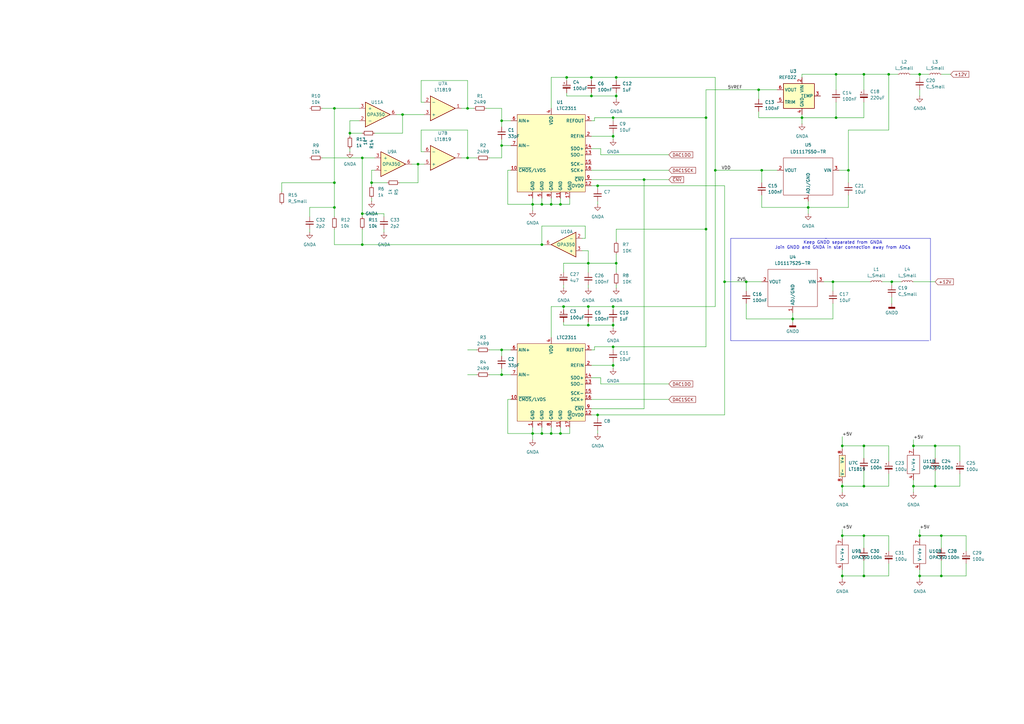
<source format=kicad_sch>
(kicad_sch (version 20231120) (generator "eeschema") (generator_version "8.0")
  (paper "A3")
  (lib_symbols
    (symbol "Device:C_Polarized_Small" (pin_numbers hide) (pin_names (offset 0.254) hide)
      (property "Reference" "C" (at 0.254 1.778 0))
      (property "Value" "C_Polarized_Small" (at 0.254 -2.032 0))
      (symbol "C_Polarized_Small_1_1"
        (pin passive line (at 0 2.54 270) (length 1.8542) (name "~") (number "1"))
        (pin passive line (at 0 -2.54 90) (length 1.8542) (name "~") (number "2"))
      )
    )
    (symbol "Device:C_Small" (pin_numbers hide) (pin_names (offset 0.254) hide)
      (property "Reference" "C" (at 0.254 1.778 0))
      (property "Value" "C_Small" (at 0.254 -2.032 0))
      (symbol "C_Small_1_1"
        (pin passive line (at 0 2.54 270) (length 2.032) (name "~") (number "1"))
        (pin passive line (at 0 -2.54 90) (length 2.032) (name "~") (number "2"))
      )
    )
    (symbol "Device:L_Small" (pin_numbers hide) (pin_names (offset 0.254) hide)
      (property "Reference" "L" (at 0.762 1.016 0))
      (property "Value" "L_Small" (at 0.762 -1.016 0))
      (symbol "L_Small_1_1"
        (pin passive line (at 0 2.54 270) (length 0.508) (name "~") (number "1"))
        (pin passive line (at 0 -2.54 90) (length 0.508) (name "~") (number "2"))
      )
    )
    (symbol "Device:R_Small" (pin_numbers hide) (pin_names (offset 0.254) hide)
      (property "Reference" "R" (at 0.762 0.508 0))
      (property "Value" "R_Small" (at 0.762 -1.016 0))
      (symbol "R_Small_1_1"
        (pin passive line (at 0 2.54 270) (length 0.762) (name "~") (number "1"))
        (pin passive line (at 0 -2.54 90) (length 0.762) (name "~") (number "2"))
      )
    )
    (symbol "JRIX ADC:LTC2311-16"
      (property "Reference" "U" (at 15.748 9.906 0))
      (property "Value" "LTC2311" (at 16.002 7.62 0))
      (symbol "LTC2311-16_0_0"
        (pin power_out line (at 8.89 -11.43 90) (length 2.54) (name "GND") (number "1"))
        (pin power_out line (at 20.32 -11.43 90) (length 2.54) (name "GND") (number "11"))
        (pin power_in line (at 33.02 -6.35 180) (length 2.54) (name "OVDD") (number "12"))
        (pin bidirectional line (at 33.02 6.35 180) (length 2.54) (name "SDO-") (number "13"))
        (pin bidirectional line (at 33.02 8.89 180) (length 2.54) (name "SDO+") (number "14"))
        (pin bidirectional line (at 33.02 2.54 180) (length 2.54) (name "SCK-") (number "15"))
        (pin bidirectional line (at 33.02 0 180) (length 2.54) (name "SCK+") (number "16"))
        (pin input line (at 33.02 13.97 180) (length 2.54) (name "REFIN") (number "2"))
        (pin output line (at 33.02 20.32 180) (length 2.54) (name "REFOUT") (number "3"))
        (pin power_in line (at 16.51 25.4 270) (length 2.54) (name "VDD") (number "4"))
        (pin power_out line (at 12.7 -11.43 90) (length 2.54) (name "GND") (number "5"))
        (pin input line (at 0 20.32 0) (length 2.54) (name "AIN+") (number "6"))
        (pin input line (at 0 10.16 0) (length 2.54) (name "AIN-") (number "7"))
        (pin power_out line (at 16.51 -11.43 90) (length 2.54) (name "GND") (number "8"))
      )
      (symbol "LTC2311-16_1_0"
        (pin input line (at 0 0 0) (length 2.54) (name "~{CMOS}/LVDS") (number "10"))
        (pin power_out line (at 24.13 -11.43 90) (length 2.54) (name "GND") (number "17"))
        (pin input line (at 33.02 -3.81 180) (length 2.54) (name "~{CNV}") (number "9"))
      )
    )
    (symbol "JRIX Linear Regulator:LD1117S25"
      (property "Reference" "U" (at -9.398 3.81 0))
      (property "Value" "LD1117S25-TR" (at 0 0 0))
      (symbol "LD1117S25_1_1"
        (pin bidirectional line (at 0 -15.24 90) (length 2.54) (name "ADJ/GND") (number "1"))
        (pin power_out line (at 12.7 -2.54 180) (length 2.54) (name "VOUT") (number "2"))
        (pin power_in line (at -12.7 -2.54 0) (length 2.54) (name "VIN") (number "3"))
        (pin no_connect line (at -3.81 -15.24 90) (length 2.54) hide (name "NC") (number "4"))
      )
    )
    (symbol "JRIX Linear Regulator:LD1117S50"
      (property "Reference" "U" (at -9.398 3.81 0))
      (property "Value" "LD1117S50-TR" (at 0 0 0))
      (symbol "LD1117S50_1_1"
        (pin bidirectional line (at 0 -15.24 90) (length 2.54) (name "ADJ/GND") (number "1"))
        (pin power_out line (at 12.7 -2.54 180) (length 2.54) (name "VOUT") (number "2"))
        (pin power_in line (at -12.7 -2.54 0) (length 2.54) (name "VIN") (number "3"))
        (pin no_connect line (at -3.81 -15.24 90) (length 2.54) hide (name "NC") (number "4"))
      )
    )
    (symbol "JRIX Op Amp:OPA350" (pin_names (offset 1.016))
      (property "Reference" "U" (at 0 5.08 0))
      (property "Value" "OPA350" (at 0 0 0))
      (symbol "OPA350_1_1"
        (pin input line (at -6.35 2.54 0) (length 2.54) (name "-") (number "2"))
        (pin input line (at -6.35 -2.54 0) (length 2.54) (name "+") (number "3"))
        (pin output line (at 8.89 0 180) (length 2.54) (name "~") (number "6"))
      )
      (symbol "OPA350_2_1"
        (pin no_connect line (at -5.08 -5.08 90) (length 2.54) hide (name "NC") (number "1"))
        (pin power_in line (at -6.35 0 0) (length 2.54) (name "V-") (number "4"))
        (pin no_connect line (at 0 -5.08 90) (length 2.54) hide (name "NC") (number "5"))
        (pin power_in line (at 6.35 0 180) (length 2.54) (name "V+") (number "7"))
        (pin no_connect line (at 5.08 -5.08 90) (length 2.54) hide (name "NC") (number "8"))
      )
    )
    (symbol "LT1819_1"
      (property "Reference" "U" (at 6.35 1.524 0))
      (property "Value" "LT1819" (at 7.62 -4.318 0))
      (symbol "LT1819_1_1_1"
        (pin output line (at 12.7 0 180) (length 2.54) (name "~") (number "1"))
        (pin input line (at -2.54 2.54 0) (length 2.54) (name "-") (number "2"))
        (pin input line (at -2.54 -2.54 0) (length 2.54) (name "+") (number "3"))
      )
      (symbol "LT1819_1_2_1"
        (pin input line (at -2.54 -2.54 0) (length 2.54) (name "+") (number "5"))
        (pin input line (at -2.54 2.54 0) (length 2.54) (name "-") (number "6"))
        (pin output line (at 12.7 0 180) (length 2.54) (name "~") (number "7"))
      )
      (symbol "LT1819_1_3_1"
        (pin power_in line (at 0 -1.27 0) (length 2.54) (name "V+") (number "8"))
        (pin power_in line (at 13.97 -1.27 180) (length 2.54) (name "V-") (number "8"))
      )
    )
    (symbol "LT1819_2"
      (property "Reference" "U" (at 6.35 1.524 0))
      (property "Value" "LT1819" (at 7.62 -4.318 0))
      (symbol "LT1819_2_1_1"
        (pin output line (at 12.7 0 180) (length 2.54) (name "~") (number "1"))
        (pin input line (at -2.54 2.54 0) (length 2.54) (name "-") (number "2"))
        (pin input line (at -2.54 -2.54 0) (length 2.54) (name "+") (number "3"))
      )
      (symbol "LT1819_2_2_1"
        (pin input line (at -2.54 -2.54 0) (length 2.54) (name "+") (number "5"))
        (pin input line (at -2.54 2.54 0) (length 2.54) (name "-") (number "6"))
        (pin output line (at 12.7 0 180) (length 2.54) (name "~") (number "7"))
      )
      (symbol "LT1819_2_3_1"
        (pin power_in line (at 0 -1.27 0) (length 2.54) (name "V+") (number "8"))
        (pin power_in line (at 13.97 -1.27 180) (length 2.54) (name "V-") (number "8"))
      )
    )
    (symbol "OPA350_1" (pin_names (offset 1.016))
      (property "Reference" "U" (at 0 5.08 0))
      (property "Value" "OPA350" (at 0 0 0))
      (symbol "OPA350_1_1_1"
        (pin input line (at -6.35 2.54 0) (length 2.54) (name "-") (number "2"))
        (pin input line (at -6.35 -2.54 0) (length 2.54) (name "+") (number "3"))
        (pin output line (at 8.89 0 180) (length 2.54) (name "~") (number "6"))
      )
      (symbol "OPA350_1_2_1"
        (pin no_connect line (at -5.08 -5.08 90) (length 2.54) hide (name "NC") (number "1"))
        (pin power_in line (at -10.16 0 0) (length 2.54) (name "V-") (number "4"))
        (pin no_connect line (at 0 -5.08 90) (length 2.54) hide (name "NC") (number "5"))
        (pin power_in line (at 10.16 0 180) (length 2.54) (name "V+") (number "7"))
        (pin no_connect line (at 5.08 -5.08 90) (length 2.54) hide (name "NC") (number "8"))
      )
    )
    (symbol "Reference_Voltage:REF02Z"
      (property "Reference" "U" (at 0.635 8.255 0))
      (property "Value" "REF02Z" (at 0.635 6.35 0))
      (symbol "REF02Z_1_1"
        (pin no_connect line (at 2.54 -5.08 90) (length 2.54) hide (name "NC") (number "1"))
        (pin power_in line (at 0 7.62 270) (length 2.54) (name "VIN") (number "2"))
        (pin passive line (at -7.62 0 0) (length 2.54) (name "TEMP") (number "3"))
        (pin power_in line (at 0 -7.62 90) (length 2.54) (name "GND") (number "4"))
        (pin passive line (at 10.16 -2.54 180) (length 2.54) (name "TRIM") (number "5"))
        (pin power_out line (at 10.16 2.54 180) (length 2.54) (name "VOUT") (number "6"))
        (pin no_connect line (at -2.54 -5.08 90) (length 2.54) hide (name "NC") (number "7"))
        (pin no_connect line (at 7.62 0 180) (length 2.54) hide (name "NC") (number "8"))
      )
    )
    (symbol "power:GNDA" (power) (pin_numbers hide) (pin_names (offset 0) hide)
      (property "Value" "GNDA" (at 0 -3.81 0))
      (symbol "GNDA_1_1"
        (pin power_in line (at 0 0 270) (length 0) (name "~") (number "1"))
      )
    )
    (symbol "power:GNDD" (power) (pin_numbers hide) (pin_names (offset 0) hide)
      (property "Value" "GNDD" (at 0 -3.175 0))
      (symbol "GNDD_1_1"
        (pin power_in line (at 0 0 270) (length 0) (name "~") (number "1"))
      )
    )
  )
  (junction (at 148.59 100.33))
  (junction (at 251.46 133.35))
  (junction (at 383.54 199.39))
  (junction (at 232.41 31.75))
  (junction (at 231.14 125.73))
  (junction (at 245.11 170.18))
  (junction (at 242.57 39.37))
  (junction (at 222.25 83.82))
  (junction (at 354.33 236.22))
  (junction (at 191.77 44.45))
  (junction (at 289.56 48.26))
  (junction (at 226.06 177.8))
  (junction (at 345.44 236.22))
  (junction (at 386.08 236.22))
  (junction (at 342.9 48.26))
  (junction (at 342.9 30.48))
  (junction (at 241.3 125.73))
  (junction (at 364.49 30.48))
  (junction (at 377.19 30.48))
  (junction (at 137.16 44.45))
  (junction (at 377.19 236.22))
  (junction (at 347.98 69.85))
  (junction (at 148.59 64.77))
  (junction (at 205.74 143.51))
  (junction (at 264.16 73.66))
  (junction (at 383.54 182.88))
  (junction (at 226.06 83.82))
  (junction (at 341.63 115.57))
  (junction (at 229.87 177.8))
  (junction (at 377.19 219.71))
  (junction (at 374.65 182.88))
  (junction (at 218.44 83.82))
  (junction (at 205.74 59.69))
  (junction (at 354.33 30.48))
  (junction (at 229.87 83.82))
  (junction (at 137.16 74.93))
  (junction (at 297.18 115.57))
  (junction (at 242.57 31.75))
  (junction (at 152.4 74.93))
  (junction (at 251.46 48.26))
  (junction (at 306.07 115.57))
  (junction (at 251.46 125.73))
  (junction (at 325.12 130.81))
  (junction (at 222.25 100.33))
  (junction (at 241.3 133.35))
  (junction (at 218.44 177.8))
  (junction (at 171.45 67.31))
  (junction (at 245.11 76.2))
  (junction (at 289.56 93.98))
  (junction (at 374.65 199.39))
  (junction (at 293.37 69.85))
  (junction (at 251.46 149.86))
  (junction (at 222.25 177.8))
  (junction (at 345.44 219.71))
  (junction (at 311.15 36.83))
  (junction (at 345.44 182.88))
  (junction (at 241.3 107.95))
  (junction (at 205.74 153.67))
  (junction (at 331.47 85.09))
  (junction (at 345.44 199.39))
  (junction (at 251.46 55.88))
  (junction (at 386.08 219.71))
  (junction (at 251.46 142.24))
  (junction (at 328.93 48.26))
  (junction (at 252.73 31.75))
  (junction (at 354.33 182.88))
  (junction (at 365.76 115.57))
  (junction (at 191.77 64.77))
  (junction (at 165.1 46.99))
  (junction (at 143.51 54.61))
  (junction (at 137.16 85.09))
  (junction (at 354.33 199.39))
  (junction (at 252.73 107.95))
  (junction (at 252.73 39.37))
  (junction (at 205.74 49.53))
  (junction (at 148.59 87.63))
  (junction (at 354.33 219.71))
  (junction (at 312.42 69.85))
  (wire (pts (xy 251.46 142.24) (xy 251.46 143.51)))
  (wire (pts (xy 189.23 64.77) (xy 191.77 64.77)))
  (wire (pts (xy 171.45 74.93) (xy 171.45 67.31)))
  (wire (pts (xy 172.72 41.91) (xy 173.99 41.91)))
  (wire (pts (xy 377.19 30.48) (xy 373.38 30.48)))
  (wire (pts (xy 205.74 64.77) (xy 205.74 59.69)))
  (wire (pts (xy 172.72 62.23) (xy 173.99 62.23)))
  (wire (pts (xy 205.74 57.15) (xy 205.74 59.69)))
  (wire (pts (xy 143.51 49.53) (xy 143.51 54.61)))
  (wire (pts (xy 246.38 154.94) (xy 246.38 157.48)))
  (polyline (pts (xy 338.455 97.79) (xy 381.635 97.79)))
  (wire (pts (xy 312.42 85.09) (xy 331.47 85.09)))
  (wire (pts (xy 191.77 44.45) (xy 194.31 44.45)))
  (wire (pts (xy 252.73 38.1) (xy 252.73 39.37)))
  (wire (pts (xy 342.9 36.83) (xy 342.9 30.48)))
  (wire (pts (xy 199.39 44.45) (xy 205.74 44.45)))
  (wire (pts (xy 191.77 143.51) (xy 195.58 143.51)))
  (wire (pts (xy 306.07 115.57) (xy 312.42 115.57)))
  (wire (pts (xy 208.28 69.85) (xy 208.28 83.82)))
  (wire (pts (xy 264.16 73.66) (xy 274.32 73.66)))
  (wire (pts (xy 377.19 236.22) (xy 377.19 237.49)))
  (wire (pts (xy 251.46 125.73) (xy 293.37 125.73)))
  (wire (pts (xy 229.87 175.26) (xy 229.87 177.8)))
  (wire (pts (xy 252.73 116.84) (xy 252.73 118.11)))
  (wire (pts (xy 137.16 74.93) (xy 137.16 85.09)))
  (wire (pts (xy 172.72 33.02) (xy 172.72 41.91)))
  (wire (pts (xy 115.57 74.93) (xy 137.16 74.93)))
  (wire (pts (xy 245.11 82.55) (xy 245.11 83.82)))
  (wire (pts (xy 148.59 88.9) (xy 148.59 87.63)))
  (wire (pts (xy 377.19 233.68) (xy 377.19 236.22)))
  (wire (pts (xy 383.54 199.39) (xy 393.7 199.39)))
  (wire (pts (xy 331.47 85.09) (xy 347.98 85.09)))
  (wire (pts (xy 143.51 49.53) (xy 147.32 49.53)))
  (wire (pts (xy 245.11 170.18) (xy 297.18 170.18)))
  (wire (pts (xy 153.67 64.77) (xy 148.59 64.77)))
  (wire (pts (xy 240.03 92.71) (xy 222.25 92.71)))
  (wire (pts (xy 347.98 53.34) (xy 364.49 53.34)))
  (wire (pts (xy 238.76 97.79) (xy 240.03 97.79)))
  (wire (pts (xy 345.44 182.88) (xy 354.33 182.88)))
  (wire (pts (xy 242.57 170.18) (xy 245.11 170.18)))
  (wire (pts (xy 377.19 30.48) (xy 381 30.48)))
  (wire (pts (xy 245.11 76.2) (xy 297.18 76.2)))
  (wire (pts (xy 242.57 167.64) (xy 264.16 167.64)))
  (wire (pts (xy 364.49 182.88) (xy 354.33 182.88)))
  (wire (pts (xy 162.56 46.99) (xy 165.1 46.99)))
  (wire (pts (xy 328.93 46.99) (xy 328.93 48.26)))
  (wire (pts (xy 143.51 60.96) (xy 143.51 62.23)))
  (wire (pts (xy 132.08 44.45) (xy 137.16 44.45)))
  (wire (pts (xy 377.19 236.22) (xy 386.08 236.22)))
  (wire (pts (xy 241.3 107.95) (xy 252.73 107.95)))
  (wire (pts (xy 347.98 85.09) (xy 347.98 80.01)))
  (wire (pts (xy 293.37 31.75) (xy 293.37 69.85)))
  (wire (pts (xy 383.54 199.39) (xy 383.54 193.04)))
  (wire (pts (xy 345.44 219.71) (xy 354.33 219.71)))
  (wire (pts (xy 243.84 143.51) (xy 243.84 142.24)))
  (wire (pts (xy 148.59 100.33) (xy 137.16 100.33)))
  (wire (pts (xy 297.18 115.57) (xy 306.07 115.57)))
  (wire (pts (xy 374.65 199.39) (xy 374.65 201.93)))
  (wire (pts (xy 231.14 111.76) (xy 231.14 107.95)))
  (wire (pts (xy 365.76 116.84) (xy 365.76 115.57)))
  (wire (pts (xy 232.41 39.37) (xy 242.57 39.37)))
  (wire (pts (xy 132.08 64.77) (xy 148.59 64.77)))
  (wire (pts (xy 374.65 115.57) (xy 383.54 115.57)))
  (wire (pts (xy 231.14 132.08) (xy 231.14 133.35)))
  (wire (pts (xy 293.37 69.85) (xy 293.37 125.73)))
  (wire (pts (xy 306.07 119.38) (xy 306.07 115.57)))
  (wire (pts (xy 242.57 39.37) (xy 242.57 38.1)))
  (wire (pts (xy 242.57 143.51) (xy 243.84 143.51)))
  (wire (pts (xy 137.16 100.33) (xy 137.16 93.98)))
  (wire (pts (xy 241.3 133.35) (xy 251.46 133.35)))
  (wire (pts (xy 341.63 115.57) (xy 337.82 115.57)))
  (wire (pts (xy 242.57 154.94) (xy 246.38 154.94)))
  (wire (pts (xy 386.08 224.79) (xy 386.08 219.71)))
  (wire (pts (xy 306.07 130.81) (xy 325.12 130.81)))
  (wire (pts (xy 242.57 60.96) (xy 246.38 60.96)))
  (wire (pts (xy 345.44 236.22) (xy 345.44 237.49)))
  (wire (pts (xy 157.48 88.9) (xy 157.48 87.63)))
  (wire (pts (xy 232.41 31.75) (xy 242.57 31.75)))
  (polyline (pts (xy 381 139.7) (xy 299.72 139.7)))
  (wire (pts (xy 127 85.09) (xy 137.16 85.09)))
  (wire (pts (xy 200.66 143.51) (xy 205.74 143.51)))
  (wire (pts (xy 191.77 64.77) (xy 195.58 64.77)))
  (wire (pts (xy 243.84 48.26) (xy 243.84 49.53)))
  (wire (pts (xy 377.19 31.75) (xy 377.19 30.48)))
  (wire (pts (xy 386.08 236.22) (xy 386.08 229.87)))
  (wire (pts (xy 242.57 49.53) (xy 243.84 49.53)))
  (wire (pts (xy 251.46 132.08) (xy 251.46 133.35)))
  (wire (pts (xy 393.7 189.23) (xy 393.7 182.88)))
  (wire (pts (xy 163.83 74.93) (xy 171.45 74.93)))
  (wire (pts (xy 171.45 67.31) (xy 168.91 67.31)))
  (wire (pts (xy 226.06 125.73) (xy 226.06 138.43)))
  (wire (pts (xy 374.65 180.34) (xy 374.65 182.88)))
  (wire (pts (xy 374.65 196.85) (xy 374.65 199.39)))
  (wire (pts (xy 222.25 177.8) (xy 218.44 177.8)))
  (wire (pts (xy 157.48 93.98) (xy 157.48 95.25)))
  (wire (pts (xy 251.46 49.53) (xy 251.46 48.26)))
  (wire (pts (xy 289.56 48.26) (xy 289.56 93.98)))
  (wire (pts (xy 311.15 36.83) (xy 289.56 36.83)))
  (wire (pts (xy 191.77 44.45) (xy 191.77 33.02)))
  (wire (pts (xy 312.42 69.85) (xy 318.77 69.85)))
  (wire (pts (xy 328.93 30.48) (xy 328.93 31.75)))
  (wire (pts (xy 171.45 67.31) (xy 173.99 67.31)))
  (wire (pts (xy 242.57 73.66) (xy 264.16 73.66)))
  (wire (pts (xy 345.44 179.07) (xy 345.44 182.88)))
  (wire (pts (xy 231.14 125.73) (xy 226.06 125.73)))
  (wire (pts (xy 251.46 134.62) (xy 251.46 133.35)))
  (wire (pts (xy 127 88.9) (xy 127 85.09)))
  (wire (pts (xy 325.12 130.81) (xy 325.12 132.08)))
  (wire (pts (xy 205.74 59.69) (xy 209.55 59.69)))
  (wire (pts (xy 200.66 153.67) (xy 205.74 153.67)))
  (wire (pts (xy 242.57 69.85) (xy 274.32 69.85)))
  (wire (pts (xy 251.46 48.26) (xy 289.56 48.26)))
  (wire (pts (xy 328.93 48.26) (xy 342.9 48.26)))
  (wire (pts (xy 208.28 163.83) (xy 208.28 177.8)))
  (wire (pts (xy 377.19 219.71) (xy 386.08 219.71)))
  (wire (pts (xy 383.54 187.96) (xy 383.54 182.88)))
  (wire (pts (xy 365.76 115.57) (xy 361.95 115.57)))
  (wire (pts (xy 341.63 119.38) (xy 341.63 115.57)))
  (wire (pts (xy 242.57 39.37) (xy 252.73 39.37)))
  (wire (pts (xy 218.44 175.26) (xy 218.44 177.8)))
  (wire (pts (xy 396.24 226.06) (xy 396.24 219.71)))
  (wire (pts (xy 342.9 30.48) (xy 328.93 30.48)))
  (wire (pts (xy 364.49 219.71) (xy 354.33 219.71)))
  (wire (pts (xy 148.59 93.98) (xy 148.59 100.33)))
  (wire (pts (xy 152.4 74.93) (xy 152.4 76.2)))
  (wire (pts (xy 345.44 198.12) (xy 345.44 199.39)))
  (wire (pts (xy 251.46 142.24) (xy 289.56 142.24)))
  (wire (pts (xy 374.65 182.88) (xy 383.54 182.88)))
  (wire (pts (xy 218.44 81.28) (xy 218.44 83.82)))
  (wire (pts (xy 354.33 48.26) (xy 342.9 48.26)))
  (wire (pts (xy 127 93.98) (xy 127 95.25)))
  (wire (pts (xy 377.19 219.71) (xy 377.19 220.98)))
  (wire (pts (xy 218.44 177.8) (xy 218.44 180.34)))
  (wire (pts (xy 354.33 224.79) (xy 354.33 219.71)))
  (wire (pts (xy 251.46 148.59) (xy 251.46 149.86)))
  (wire (pts (xy 251.46 149.86) (xy 251.46 151.13)))
  (wire (pts (xy 233.68 177.8) (xy 229.87 177.8)))
  (wire (pts (xy 345.44 199.39) (xy 354.33 199.39)))
  (wire (pts (xy 252.73 31.75) (xy 252.73 33.02)))
  (wire (pts (xy 345.44 217.17) (xy 345.44 219.71)))
  (wire (pts (xy 306.07 124.46) (xy 306.07 130.81)))
  (polyline (pts (xy 381.635 97.79) (xy 381.635 139.7)))
  (wire (pts (xy 231.14 107.95) (xy 241.3 107.95)))
  (wire (pts (xy 328.93 48.26) (xy 328.93 50.8)))
  (wire (pts (xy 226.06 83.82) (xy 222.25 83.82)))
  (wire (pts (xy 374.65 182.88) (xy 374.65 184.15)))
  (wire (pts (xy 200.66 64.77) (xy 205.74 64.77)))
  (wire (pts (xy 354.33 199.39) (xy 354.33 193.04)))
  (wire (pts (xy 311.15 36.83) (xy 318.77 36.83)))
  (wire (pts (xy 241.3 102.87) (xy 241.3 107.95)))
  (wire (pts (xy 345.44 236.22) (xy 354.33 236.22)))
  (wire (pts (xy 226.06 81.28) (xy 226.06 83.82)))
  (wire (pts (xy 245.11 170.18) (xy 245.11 171.45)))
  (wire (pts (xy 226.06 31.75) (xy 232.41 31.75)))
  (wire (pts (xy 240.03 97.79) (xy 240.03 92.71)))
  (wire (pts (xy 374.65 199.39) (xy 383.54 199.39)))
  (wire (pts (xy 297.18 76.2) (xy 297.18 115.57)))
  (wire (pts (xy 364.49 226.06) (xy 364.49 219.71)))
  (wire (pts (xy 153.67 69.85) (xy 152.4 69.85)))
  (wire (pts (xy 152.4 69.85) (xy 152.4 74.93)))
  (wire (pts (xy 393.7 194.31) (xy 393.7 199.39)))
  (wire (pts (xy 205.74 153.67) (xy 209.55 153.67)))
  (wire (pts (xy 157.48 87.63) (xy 148.59 87.63)))
  (wire (pts (xy 396.24 231.14) (xy 396.24 236.22)))
  (wire (pts (xy 222.25 83.82) (xy 218.44 83.82)))
  (polyline (pts (xy 299.72 139.7) (xy 299.72 97.79)))
  (wire (pts (xy 241.3 125.73) (xy 241.3 127)))
  (wire (pts (xy 252.73 107.95) (xy 252.73 111.76)))
  (wire (pts (xy 205.74 151.13) (xy 205.74 153.67)))
  (wire (pts (xy 354.33 41.91) (xy 354.33 48.26)))
  (wire (pts (xy 251.46 55.88) (xy 251.46 57.15)))
  (wire (pts (xy 345.44 182.88) (xy 345.44 184.15)))
  (wire (pts (xy 222.25 175.26) (xy 222.25 177.8)))
  (wire (pts (xy 354.33 36.83) (xy 354.33 30.48)))
  (wire (pts (xy 191.77 53.34) (xy 172.72 53.34)))
  (wire (pts (xy 354.33 236.22) (xy 354.33 229.87)))
  (wire (pts (xy 137.16 44.45) (xy 147.32 44.45)))
  (wire (pts (xy 189.23 44.45) (xy 191.77 44.45)))
  (wire (pts (xy 251.46 48.26) (xy 243.84 48.26)))
  (wire (pts (xy 246.38 157.48) (xy 274.32 157.48)))
  (wire (pts (xy 289.56 93.98) (xy 289.56 142.24)))
  (wire (pts (xy 205.74 49.53) (xy 209.55 49.53)))
  (wire (pts (xy 209.55 69.85) (xy 208.28 69.85)))
  (wire (pts (xy 252.73 40.64) (xy 252.73 39.37)))
  (wire (pts (xy 386.08 30.48) (xy 389.89 30.48)))
  (wire (pts (xy 245.11 176.53) (xy 245.11 177.8)))
  (wire (pts (xy 191.77 33.02) (xy 172.72 33.02)))
  (wire (pts (xy 229.87 83.82) (xy 226.06 83.82)))
  (wire (pts (xy 232.41 31.75) (xy 232.41 33.02)))
  (wire (pts (xy 143.51 54.61) (xy 143.51 55.88)))
  (wire (pts (xy 377.19 217.17) (xy 377.19 219.71)))
  (wire (pts (xy 233.68 81.28) (xy 233.68 83.82)))
  (wire (pts (xy 311.15 36.83) (xy 311.15 40.64)))
  (wire (pts (xy 264.16 167.64) (xy 264.16 73.66)))
  (wire (pts (xy 242.57 163.83) (xy 274.32 163.83)))
  (wire (pts (xy 226.06 177.8) (xy 222.25 177.8)))
  (wire (pts (xy 222.25 92.71) (xy 222.25 100.33)))
  (wire (pts (xy 342.9 30.48) (xy 354.33 30.48)))
  (wire (pts (xy 252.73 93.98) (xy 289.56 93.98)))
  (wire (pts (xy 342.9 48.26) (xy 342.9 41.91)))
  (wire (pts (xy 165.1 46.99) (xy 173.99 46.99)))
  (wire (pts (xy 222.25 81.28) (xy 222.25 83.82)))
  (wire (pts (xy 354.33 30.48) (xy 364.49 30.48)))
  (wire (pts (xy 364.49 30.48) (xy 364.49 53.34)))
  (wire (pts (xy 354.33 187.96) (xy 354.33 182.88)))
  (wire (pts (xy 208.28 83.82) (xy 218.44 83.82)))
  (wire (pts (xy 191.77 153.67) (xy 195.58 153.67)))
  (wire (pts (xy 341.63 124.46) (xy 341.63 130.81)))
  (wire (pts (xy 297.18 115.57) (xy 297.18 170.18)))
  (wire (pts (xy 364.49 231.14) (xy 364.49 236.22)))
  (wire (pts (xy 377.19 36.83) (xy 377.19 39.37)))
  (wire (pts (xy 209.55 163.83) (xy 208.28 163.83)))
  (wire (pts (xy 233.68 83.82) (xy 229.87 83.82)))
  (wire (pts (xy 242.57 55.88) (xy 251.46 55.88)))
  (wire (pts (xy 365.76 121.92) (xy 365.76 124.46)))
  (wire (pts (xy 152.4 74.93) (xy 158.75 74.93)))
  (wire (pts (xy 205.74 146.05) (xy 205.74 143.51)))
  (wire (pts (xy 251.46 54.61) (xy 251.46 55.88)))
  (wire (pts (xy 354.33 236.22) (xy 364.49 236.22)))
  (wire (pts (xy 331.47 85.09) (xy 331.47 82.55)))
  (wire (pts (xy 115.57 78.74) (xy 115.57 74.93)))
  (wire (pts (xy 205.74 52.07) (xy 205.74 49.53)))
  (wire (pts (xy 231.14 125.73) (xy 231.14 127)))
  (wire (pts (xy 345.44 199.39) (xy 345.44 201.93)))
  (wire (pts (xy 251.46 125.73) (xy 251.46 127)))
  (wire (pts (xy 148.59 100.33) (xy 222.25 100.33)))
  (wire (pts (xy 165.1 54.61) (xy 165.1 46.99)))
  (wire (pts (xy 311.15 48.26) (xy 328.93 48.26)))
  (wire (pts (xy 242.57 31.75) (xy 242.57 33.02)))
  (wire (pts (xy 345.44 219.71) (xy 345.44 220.98)))
  (wire (pts (xy 241.3 125.73) (xy 251.46 125.73)))
  (wire (pts (xy 143.51 54.61) (xy 148.59 54.61)))
  (wire (pts (xy 246.38 63.5) (xy 274.32 63.5)))
  (wire (pts (xy 364.49 194.31) (xy 364.49 199.39)))
  (wire (pts (xy 341.63 130.81) (xy 325.12 130.81)))
  (wire (pts (xy 218.44 83.82) (xy 218.44 86.36)))
  (wire (pts (xy 226.06 175.26) (xy 226.06 177.8)))
  (wire (pts (xy 246.38 60.96) (xy 246.38 63.5)))
  (wire (pts (xy 232.41 38.1) (xy 232.41 39.37)))
  (wire (pts (xy 241.3 133.35) (xy 241.3 132.08)))
  (wire (pts (xy 396.24 219.71) (xy 386.08 219.71)))
  (wire (pts (xy 252.73 31.75) (xy 293.37 31.75)))
  (wire (pts (xy 293.37 69.85) (xy 312.42 69.85)))
  (wire (pts (xy 233.68 175.26) (xy 233.68 177.8)))
  (wire (pts (xy 226.06 31.75) (xy 226.06 44.45)))
  (polyline (pts (xy 299.72 97.79) (xy 339.09 97.79)))
  (wire (pts (xy 238.76 102.87) (xy 241.3 102.87)))
  (wire (pts (xy 242.57 149.86) (xy 251.46 149.86)))
  (wire (pts (xy 229.87 177.8) (xy 226.06 177.8)))
  (wire (pts (xy 386.08 236.22) (xy 396.24 236.22)))
  (wire (pts (xy 208.28 177.8) (xy 218.44 177.8)))
  (wire (pts (xy 231.14 125.73) (xy 241.3 125.73)))
  (wire (pts (xy 241.3 116.84) (xy 241.3 118.11)))
  (wire (pts (xy 242.57 76.2) (xy 245.11 76.2)))
  (wire (pts (xy 365.76 115.57) (xy 369.57 115.57)))
  (wire (pts (xy 354.33 199.39) (xy 364.49 199.39)))
  (wire (pts (xy 245.11 76.2) (xy 245.11 77.47)))
  (wire (pts (xy 242.57 31.75) (xy 252.73 31.75)))
  (wire (pts (xy 331.47 87.63) (xy 331.47 85.09)))
  (wire (pts (xy 347.98 69.85) (xy 347.98 53.34)))
  (wire (pts (xy 152.4 81.28) (xy 152.4 82.55)))
  (wire (pts (xy 231.14 116.84) (xy 231.14 118.11)))
  (wire (pts (xy 243.84 142.24) (xy 251.46 142.24)))
  (wire (pts (xy 153.67 54.61) (xy 165.1 54.61)))
  (wire (pts (xy 341.63 115.57) (xy 356.87 115.57)))
  (wire (pts (xy 312.42 80.01) (xy 312.42 85.09)))
  (wire (pts (xy 393.7 182.88) (xy 383.54 182.88)))
  (wire (pts (xy 289.56 36.83) (xy 289.56 48.26)))
  (wire (pts (xy 241.3 111.76) (xy 241.3 107.95)))
  (wire (pts (xy 344.17 69.85) (xy 347.98 69.85)))
  (wire (pts (xy 137.16 44.45) (xy 137.16 74.93)))
  (wire (pts (xy 252.73 104.14) (xy 252.73 107.95)))
  (wire (pts (xy 347.98 74.93) (xy 347.98 69.85)))
  (wire (pts (xy 222.25 100.33) (xy 223.52 100.33)))
  (wire (pts (xy 148.59 64.77) (xy 148.59 87.63)))
  (wire (pts (xy 252.73 99.06) (xy 252.73 93.98)))
  (wire (pts (xy 205.74 143.51) (xy 209.55 143.51)))
  (wire (pts (xy 325.12 128.27) (xy 325.12 130.81)))
  (wire (pts (xy 364.49 30.48) (xy 368.3 30.48)))
  (wire (pts (xy 191.77 53.34) (xy 191.77 64.77)))
  (wire (pts (xy 364.49 189.23) (xy 364.49 182.88)))
  (wire (pts (xy 137.16 85.09) (xy 137.16 88.9)))
  (wire (pts (xy 231.14 133.35) (xy 241.3 133.35)))
  (wire (pts (xy 312.42 74.93) (xy 312.42 69.85)))
  (wire (pts (xy 311.15 45.72) (xy 311.15 48.26)))
  (wire (pts (xy 229.87 81.28) (xy 229.87 83.82)))
  (wire (pts (xy 205.74 44.45) (xy 205.74 49.53)))
  (wire (pts (xy 172.72 53.34) (xy 172.72 62.23)))
  (wire (pts (xy 345.44 233.68) (xy 345.44 236.22)))
  (text "Keep GNDD separated from GNDA\nJoin GNDD and GNDA in star connection away from ADCs\n" (at 345.694 100.584 0) (effects (font (size 1.27 1.27))))
  (label "+5V" (at 377.19 217.17 0))
  (label "+5V" (at 345.44 179.07 0))
  (label "VDD" (at 295.91 69.85 0))
  (label "+5V" (at 374.65 180.34 0))
  (label "5VREF" (at 298.45 36.83 0))
  (label "2V5" (at 302.26 115.57 0))
  (label "+5V" (at 345.44 217.17 0))
  (global_label "DAC1SCK" (shape input) (at 274.32 69.85 0) (property "Intersheetrefs" "${INTERSHEET_REFS}" (effects (hide yes))))
  (global_label "DAC1DO" (shape input) (at 274.32 63.5 0) (property "Intersheetrefs" "${INTERSHEET_REFS}" (effects (hide yes))))
  (global_label "+12V" (shape input) (at 383.54 115.57 0) (property "Intersheetrefs" "${INTERSHEET_REFS}" (effects (hide yes))))
  (global_label "DAC1DO" (shape input) (at 274.32 157.48 0) (property "Intersheetrefs" "${INTERSHEET_REFS}" (effects (hide yes))))
  (global_label "DAC1SCK" (shape input) (at 274.32 163.83 0) (property "Intersheetrefs" "${INTERSHEET_REFS}" (effects (hide yes))))
  (global_label "~{CNV}" (shape input) (at 274.32 73.66 0) (property "Intersheetrefs" "${INTERSHEET_REFS}" (effects (hide yes))))
  (global_label "+12V" (shape input) (at 389.89 30.48 0) (property "Intersheetrefs" "${INTERSHEET_REFS}" (effects (hide yes))))
  (symbol (lib_id "power:GNDA") (at 251.46 134.62 0) (unit 1)
    (property "Reference" "#PWR06" (effects (hide yes)))
    (property "Value" "GNDA" (at 251.46 139.7 0))
    (property "Description" "Power symbol creates a global label with name \"GNDA\" , analog ground" (effects (hide yes)))
  )
  (symbol (lib_id "Device:R_Small") (at 161.29 74.93 90) (unit 1)
    (property "Reference" "R5" (at 162.5601 77.47 0) (effects (justify right)))
    (property "Value" "1k" (at 160.0201 77.47 0) (effects (justify right)))
    (property "Description" "Resistor, small symbol" (effects (hide yes)))
  )
  (symbol (lib_id "power:GNDA") (at 157.48 95.25 0) (unit 1)
    (property "Reference" "#PWR015" (effects (hide yes)))
    (property "Value" "GNDA" (at 157.48 100.33 0))
    (property "Description" "Power symbol creates a global label with name \"GNDA\" , analog ground" (effects (hide yes)))
  )
  (symbol (lib_id "power:GNDA") (at 345.44 237.49 0) (unit 1)
    (property "Reference" "#PWR021" (effects (hide yes)))
    (property "Value" "GNDA" (at 345.44 242.57 0))
    (property "Description" "Power symbol creates a global label with name \"GNDA\" , analog ground" (effects (hide yes)))
  )
  (symbol (lib_id "power:GNDA") (at 152.4 82.55 0) (unit 1)
    (property "Reference" "#PWR023" (effects (hide yes)))
    (property "Value" "GNDA" (at 152.4 87.63 0))
    (property "Description" "Power symbol creates a global label with name \"GNDA\" , analog ground" (effects (hide yes)))
  )
  (symbol (lib_name "LT1819_1") (lib_id "JRIX Op Amp:LT1819") (at 346.71 184.15 270) (unit 3)
    (property "Reference" "U7" (at 347.98 189.8649 90) (effects (justify left)))
    (property "Value" "LT1819" (at 347.98 192.4049 90) (effects (justify left)))
    (property "Datasheet" "https://www.analog.com/media/en/technical-documentation/data-sheets/18189fb.pdf" (effects (hide yes)))
    (property "Description" "400MHz, 2500V/µs, 9mA Dual Operational Amplifier" (effects (hide yes)))
  )
  (symbol (lib_id "power:GNDD") (at 365.76 124.46 0) (unit 1)
    (property "Reference" "#PWR012" (effects (hide yes)))
    (property "Value" "GNDD" (at 365.76 128.27 0))
    (property "Description" "Power symbol creates a global label with name \"GNDD\" , digital ground" (effects (hide yes)))
  )
  (symbol (lib_id "Device:C_Small") (at 365.76 119.38 0) (unit 1)
    (property "Reference" "C19" (at 368.3 118.1162 0) (effects (justify left)))
    (property "Value" "C_Small" (at 368.3 120.6562 0) (effects (justify left)))
    (property "Description" "Unpolarized capacitor, small symbol" (effects (hide yes)))
  )
  (symbol (lib_id "power:GNDA") (at 377.19 237.49 0) (unit 1)
    (property "Reference" "#PWR020" (effects (hide yes)))
    (property "Value" "GNDA" (at 377.19 242.57 0))
    (property "Description" "Power symbol creates a global label with name \"GNDA\" , analog ground" (effects (hide yes)))
  )
  (symbol (lib_id "Device:C_Small") (at 245.11 80.01 180) (unit 1)
    (property "Reference" "C7" (at 247.65 78.7335 0) (effects (justify right)))
    (property "Value" "10uF" (effects (hide yes)))
    (property "Footprint" "Capacitor_SMD:C_1206_3216Metric_Pad1.33x1.80mm_HandSolder" (effects (hide yes)))
    (property "Description" "Unpolarized capacitor, small symbol" (effects (hide yes)))
  )
  (symbol (lib_id "power:GNDD") (at 325.12 132.08 0) (unit 1)
    (property "Reference" "#PWR011" (effects (hide yes)))
    (property "Value" "GNDD" (at 325.12 135.89 0))
    (property "Description" "Power symbol creates a global label with name \"GNDD\" , digital ground" (effects (hide yes)))
  )
  (symbol (lib_id "JRIX Op Amp:OPA350") (at 345.44 227.33 90) (unit 2)
    (property "Reference" "U9" (at 349.25 226.0599 90) (effects (justify right)))
    (property "Value" "OPA350" (at 349.25 228.5999 90) (effects (justify right)))
    (property "Datasheet" "https://www.ti.com/lit/ds/symlink/opa350.pdf?ts=1732198387959&ref_url=https%253A%252F%252Fwww.google.com%252F" (effects (hide yes)))
    (property "Description" "OPAx350 High-Speed, Single-Supply, Rail-to-Rail Operational Amplifiers MicroAmplifier" (effects (hide yes)))
  )
  (symbol (lib_id "Device:C_Small") (at 347.98 77.47 0) (unit 1)
    (property "Reference" "C21" (at 350.52 76.2062 0) (effects (justify left)))
    (property "Value" "10uF" (at 350.52 78.7462 0) (effects (justify left)))
    (property "Description" "Unpolarized capacitor, small symbol" (effects (hide yes)))
  )
  (symbol (lib_id "power:GNDA") (at 345.44 201.93 0) (unit 1)
    (property "Reference" "#PWR014" (effects (hide yes)))
    (property "Value" "GNDA" (at 345.44 207.01 0))
    (property "Description" "Power symbol creates a global label with name \"GNDA\" , analog ground" (effects (hide yes)))
  )
  (symbol (lib_id "power:GNDA") (at 252.73 118.11 0) (unit 1)
    (property "Reference" "#PWR017" (effects (hide yes)))
    (property "Value" "GNDA" (at 252.73 123.19 0))
    (property "Description" "Power symbol creates a global label with name \"GNDA\" , analog ground" (effects (hide yes)))
  )
  (symbol (lib_id "power:GNDA") (at 251.46 151.13 0) (unit 1)
    (property "Reference" "#PWR07" (effects (hide yes)))
    (property "Value" "GNDA" (at 251.46 156.21 0))
    (property "Description" "Power symbol creates a global label with name \"GNDA\" , analog ground" (effects (hide yes)))
  )
  (symbol (lib_id "power:GNDA") (at 252.73 40.64 0) (unit 1)
    (property "Reference" "#PWR08" (effects (hide yes)))
    (property "Value" "GNDA" (at 252.73 45.72 0))
    (property "Description" "Power symbol creates a global label with name \"GNDA\" , analog ground" (effects (hide yes)))
  )
  (symbol (lib_name "OPA350_1") (lib_id "JRIX Op Amp:OPA350") (at 160.02 67.31 0) (mirror x) (unit 1)
    (property "Reference" "U9" (at 160.782 62.23 0))
    (property "Value" "OPA350" (at 160.528 67.31 0))
    (property "Datasheet" "https://www.ti.com/lit/ds/symlink/opa350.pdf?ts=1732198387959&ref_url=https%253A%252F%252Fwww.google.com%252F" (effects (hide yes)))
    (property "Description" "OPAx350 High-Speed, Single-Supply, Rail-to-Rail Operational Amplifiers MicroAmplifier" (effects (hide yes)))
  )
  (symbol (lib_id "Device:C_Small") (at 157.48 91.44 0) (unit 1)
    (property "Reference" "C33" (at 160.02 90.1762 0) (effects (justify left)))
    (property "Value" "2p2" (at 160.02 92.7162 0) (effects (justify left)))
    (property "Description" "Unpolarized capacitor, small symbol" (effects (hide yes)))
  )
  (symbol (lib_id "power:GNDA") (at 377.19 39.37 0) (unit 1)
    (property "Reference" "#PWR013" (effects (hide yes)))
    (property "Value" "GNDA" (at 377.19 44.45 0))
    (property "Description" "Power symbol creates a global label with name \"GNDA\" , analog ground" (effects (hide yes)))
  )
  (symbol (lib_id "Device:C_Small") (at 311.15 43.18 0) (unit 1)
    (property "Reference" "C13" (at 313.69 41.9162 0) (effects (justify left)))
    (property "Value" "100nF" (at 313.69 44.4562 0) (effects (justify left)))
    (property "Description" "Unpolarized capacitor, small symbol" (effects (hide yes)))
  )
  (symbol (lib_id "Device:C_Polarized_Small") (at 232.41 35.56 0) (unit 1)
    (property "Reference" "C4" (at 234.95 33.7438 0) (effects (justify left)))
    (property "Value" "100uF" (at 234.95 36.2838 0) (effects (justify left)))
    (property "Footprint" "Capacitor_THT:CP_Radial_D6.3mm_P2.50mm" (effects (hide yes)))
    (property "Description" "Polarized capacitor, small symbol" (effects (hide yes)))
  )
  (symbol (lib_id "Device:C_Small") (at 241.3 129.54 0) (unit 1)
    (property "Reference" "C5" (at 243.84 128.2762 0) (effects (justify left)))
    (property "Value" "100nF" (at 243.84 130.8162 0) (effects (justify left)))
    (property "Footprint" "Capacitor_SMD:C_0805_2012Metric_Pad1.18x1.45mm_HandSolder" (effects (hide yes)))
    (property "Description" "Unpolarized capacitor, small symbol" (effects (hide yes)))
  )
  (symbol (lib_id "Device:C_Small") (at 252.73 35.56 180) (unit 1)
    (property "Reference" "C12" (at 255.27 34.2835 0) (effects (justify right)))
    (property "Value" "1uF" (at 255.27 36.8235 0) (effects (justify right)))
    (property "Footprint" "Capacitor_SMD:C_0805_2012Metric_Pad1.18x1.45mm_HandSolder" (effects (hide yes)))
    (property "Description" "Unpolarized capacitor, small symbol" (effects (hide yes)))
  )
  (symbol (lib_id "power:GNDA") (at 331.47 87.63 0) (unit 1)
    (property "Reference" "#PWR010" (effects (hide yes)))
    (property "Value" "GNDA" (at 331.47 92.71 0))
    (property "Description" "Power symbol creates a global label with name \"GNDA\" , analog ground" (effects (hide yes)))
  )
  (symbol (lib_id "power:GNDA") (at 245.11 177.8 0) (unit 1)
    (property "Reference" "#PWR04" (effects (hide yes)))
    (property "Value" "GNDA" (at 245.11 182.88 0))
    (property "Description" "Power symbol creates a global label with name \"GNDA\" , analog ground" (effects (hide yes)))
  )
  (symbol (lib_id "Device:C_Small") (at 383.54 190.5 0) (unit 1)
    (property "Reference" "C24" (at 386.08 189.2362 0) (effects (justify left)))
    (property "Value" "100n" (at 386.08 191.7762 0) (effects (justify left)))
    (property "Description" "Unpolarized capacitor, small symbol" (effects (hide yes)))
  )
  (symbol (lib_name "OPA350_1") (lib_id "JRIX Op Amp:OPA350") (at 232.41 100.33 0) (mirror y) (unit 1)
    (property "Reference" "U10" (at 232.41 94.996 0))
    (property "Value" "OPA350" (at 232.156 100.33 0))
    (property "Datasheet" "https://www.ti.com/lit/ds/symlink/opa350.pdf?ts=1732198387959&ref_url=https%253A%252F%252Fwww.google.com%252F" (effects (hide yes)))
    (property "Description" "OPAx350 High-Speed, Single-Supply, Rail-to-Rail Operational Amplifiers MicroAmplifier" (effects (hide yes)))
  )
  (symbol (lib_id "Device:L_Small") (at 359.41 115.57 90) (unit 1)
    (property "Reference" "L1" (at 359.41 110.49 90))
    (property "Value" "L_Small" (at 359.41 113.03 90))
    (property "Description" "Inductor, small symbol" (effects (hide yes)))
  )
  (symbol (lib_id "Device:C_Small") (at 342.9 39.37 0) (unit 1)
    (property "Reference" "C14" (at 345.44 38.1062 0) (effects (justify left)))
    (property "Value" "100nF" (at 345.44 40.6462 0) (effects (justify left)))
    (property "Description" "Unpolarized capacitor, small symbol" (effects (hide yes)))
  )
  (symbol (lib_id "Device:C_Polarized_Small") (at 354.33 39.37 0) (unit 1)
    (property "Reference" "C18" (at 356.87 37.5538 0) (effects (justify left)))
    (property "Value" "220uF" (at 356.87 40.0938 0) (effects (justify left)))
    (property "Description" "Polarized capacitor, small symbol" (effects (hide yes)))
  )
  (symbol (lib_id "Device:R_Small") (at 129.54 44.45 90) (unit 1)
    (property "Reference" "R10" (at 129.54 39.37 90))
    (property "Value" "10k" (at 129.54 41.91 90))
    (property "Description" "Resistor, small symbol" (effects (hide yes)))
  )
  (symbol (lib_id "Device:C_Polarized_Small") (at 231.14 114.3 0) (unit 1)
    (property "Reference" "C27" (at 233.68 112.4838 0) (effects (justify left)))
    (property "Value" "4u7" (at 233.68 115.0238 0) (effects (justify left)))
    (property "Description" "Polarized capacitor, small symbol" (effects (hide yes)))
  )
  (symbol (lib_id "Device:C_Polarized_Small") (at 396.24 228.6 0) (unit 1)
    (property "Reference" "C29" (at 398.78 226.7838 0) (effects (justify left)))
    (property "Value" "100u" (at 398.78 229.3238 0) (effects (justify left)))
    (property "Description" "Polarized capacitor, small symbol" (effects (hide yes)))
  )
  (symbol (lib_id "power:GNDA") (at 143.51 62.23 0) (unit 1)
    (property "Reference" "#PWR024" (effects (hide yes)))
    (property "Value" "GNDA" (at 143.51 67.31 0))
    (property "Description" "Power symbol creates a global label with name \"GNDA\" , analog ground" (effects (hide yes)))
  )
  (symbol (lib_name "LT1819_2") (lib_id "JRIX Op Amp:LT1819") (at 176.53 44.45 0) (unit 1)
    (property "Reference" "U7" (at 181.61 34.29 0))
    (property "Value" "LT1819" (at 181.61 36.83 0))
    (property "Datasheet" "https://www.analog.com/media/en/technical-documentation/data-sheets/18189fb.pdf" (effects (hide yes)))
    (property "Description" "400MHz, 2500V/µs, 9mA Dual Operational Amplifier" (effects (hide yes)))
  )
  (symbol (lib_id "power:GNDA") (at 245.11 83.82 0) (unit 1)
    (property "Reference" "#PWR03" (effects (hide yes)))
    (property "Value" "GNDA" (at 245.11 88.9 0))
    (property "Description" "Power symbol creates a global label with name \"GNDA\" , analog ground" (effects (hide yes)))
  )
  (symbol (lib_id "Device:C_Small") (at 251.46 52.07 180) (unit 1)
    (property "Reference" "C9" (at 254 50.7935 0) (effects (justify right)))
    (property "Value" "10uF" (at 254 53.3335 0) (effects (justify right)))
    (property "Footprint" "Capacitor_SMD:C_1206_3216Metric_Pad1.33x1.80mm_HandSolder" (effects (hide yes)))
    (property "Description" "Unpolarized capacitor, small symbol" (effects (hide yes)))
  )
  (symbol (lib_id "power:GNDA") (at 127 95.25 0) (unit 1)
    (property "Reference" "#PWR022" (effects (hide yes)))
    (property "Value" "GNDA" (at 127 100.33 0))
    (property "Description" "Power symbol creates a global label with name \"GNDA\" , analog ground" (effects (hide yes)))
  )
  (symbol (lib_id "power:GNDA") (at 218.44 180.34 0) (unit 1)
    (property "Reference" "#PWR02" (effects (hide yes)))
    (property "Value" "GNDA" (at 218.44 185.42 0))
    (property "Description" "Power symbol creates a global label with name \"GNDA\" , analog ground" (effects (hide yes)))
  )
  (symbol (lib_id "Device:L_Small") (at 383.54 30.48 90) (unit 1)
    (property "Reference" "L3" (at 383.54 25.4 90))
    (property "Value" "L_Small" (at 383.54 27.94 90))
    (property "Description" "Inductor, small symbol" (effects (hide yes)))
  )
  (symbol (lib_id "power:GNDA") (at 374.65 201.93 0) (unit 1)
    (property "Reference" "#PWR016" (effects (hide yes)))
    (property "Value" "GNDA" (at 374.65 207.01 0))
    (property "Description" "Power symbol creates a global label with name \"GNDA\" , analog ground" (effects (hide yes)))
  )
  (symbol (lib_id "Device:C_Small") (at 312.42 77.47 0) (unit 1)
    (property "Reference" "C15" (at 314.96 76.2062 0) (effects (justify left)))
    (property "Value" "100nF" (at 314.96 78.7462 0) (effects (justify left)))
    (property "Description" "Unpolarized capacitor, small symbol" (effects (hide yes)))
  )
  (symbol (lib_id "power:GNDA") (at 218.44 86.36 0) (unit 1)
    (property "Reference" "#PWR01" (effects (hide yes)))
    (property "Value" "GNDA" (at 218.44 91.44 0))
    (property "Description" "Power symbol creates a global label with name \"GNDA\" , analog ground" (effects (hide yes)))
  )
  (symbol (lib_id "Device:R_Small") (at 198.12 143.51 90) (unit 1)
    (property "Reference" "R3" (at 198.12 138.43 90))
    (property "Value" "24R9" (at 198.12 140.97 90))
    (property "Footprint" "Resistor_SMD:R_0805_2012Metric_Pad1.20x1.40mm_HandSolder" (effects (hide yes)))
    (property "Description" "Resistor, small symbol" (effects (hide yes)))
  )
  (symbol (lib_id "Device:C_Small") (at 205.74 148.59 0) (unit 1)
    (property "Reference" "C2" (at 208.28 147.3262 0) (effects (justify left)))
    (property "Value" "33pF" (at 208.28 149.8662 0) (effects (justify left)))
    (property "Footprint" "Capacitor_SMD:C_0805_2012Metric_Pad1.18x1.45mm_HandSolder" (effects (hide yes)))
    (property "Description" "Unpolarized capacitor, small symbol" (effects (hide yes)))
  )
  (symbol (lib_id "JRIX ADC:LTC2311-16") (at 209.55 69.85 0) (unit 1)
    (property "Reference" "U1" (at 228.2541 41.91 0) (effects (justify left)))
    (property "Value" "LTC2311" (at 228.2541 44.45 0) (effects (justify left)))
    (property "Footprint" "Package_SO:MSOP-16-1EP_3x4mm_P0.5mm_EP1.65x2.85mm_ThermalVias" (effects (hide yes)))
    (property "Datasheet" "https://www.mouser.dk/datasheet/2/609/ltc2311_16-2955904.pdf" (effects (hide yes)))
    (property "Description" "16-Bit, 5Msps Differential Input ADC with Wide Input Common Mode Range" (effects (hide yes)))
  )
  (symbol (lib_id "Device:R_Small") (at 196.85 44.45 90) (unit 1)
    (property "Reference" "R1" (at 196.85 39.37 90))
    (property "Value" "24R9" (at 196.85 41.91 90))
    (property "Footprint" "Resistor_SMD:R_0805_2012Metric_Pad1.20x1.40mm_HandSolder" (effects (hide yes)))
    (property "Description" "Resistor, small symbol" (effects (hide yes)))
  )
  (symbol (lib_id "Device:C_Small") (at 241.3 114.3 0) (unit 1)
    (property "Reference" "C26" (at 243.84 113.0362 0) (effects (justify left)))
    (property "Value" "100nF" (at 243.84 115.5762 0) (effects (justify left)))
    (property "Description" "Unpolarized capacitor, small symbol" (effects (hide yes)))
  )
  (symbol (lib_id "power:GNDA") (at 251.46 57.15 0) (unit 1)
    (property "Reference" "#PWR05" (effects (hide yes)))
    (property "Value" "GNDA" (at 251.46 62.23 0))
    (property "Description" "Power symbol creates a global label with name \"GNDA\" , analog ground" (effects (hide yes)))
  )
  (symbol (lib_id "Device:C_Polarized_Small") (at 364.49 228.6 0) (unit 1)
    (property "Reference" "C31" (at 367.03 226.7838 0) (effects (justify left)))
    (property "Value" "100u" (at 367.03 229.3238 0) (effects (justify left)))
    (property "Description" "Polarized capacitor, small symbol" (effects (hide yes)))
  )
  (symbol (lib_id "Device:C_Small") (at 354.33 227.33 0) (unit 1)
    (property "Reference" "C30" (at 356.87 226.0662 0) (effects (justify left)))
    (property "Value" "100n" (at 356.87 228.6062 0) (effects (justify left)))
    (property "Description" "Unpolarized capacitor, small symbol" (effects (hide yes)))
  )
  (symbol (lib_id "Device:C_Small") (at 386.08 227.33 0) (unit 1)
    (property "Reference" "C28" (at 388.62 226.0662 0) (effects (justify left)))
    (property "Value" "100n" (at 388.62 228.6062 0) (effects (justify left)))
    (property "Description" "Unpolarized capacitor, small symbol" (effects (hide yes)))
  )
  (symbol (lib_id "Device:C_Polarized_Small") (at 364.49 191.77 0) (unit 1)
    (property "Reference" "C23" (at 367.03 189.9538 0) (effects (justify left)))
    (property "Value" "100u" (at 367.03 192.4938 0) (effects (justify left)))
    (property "Description" "Polarized capacitor, small symbol" (effects (hide yes)))
  )
  (symbol (lib_id "JRIX Op Amp:OPA350") (at 374.65 190.5 90) (unit 2)
    (property "Reference" "U11" (at 378.46 189.2299 90) (effects (justify right)))
    (property "Value" "OPA350" (at 378.46 191.7699 90) (effects (justify right)))
    (property "Datasheet" "https://www.ti.com/lit/ds/symlink/opa350.pdf?ts=1732198387959&ref_url=https%253A%252F%252Fwww.google.com%252F" (effects (hide yes)))
    (property "Description" "OPAx350 High-Speed, Single-Supply, Rail-to-Rail Operational Amplifiers MicroAmplifier" (effects (hide yes)))
  )
  (symbol (lib_id "Device:C_Small") (at 377.19 34.29 0) (unit 1)
    (property "Reference" "C20" (at 379.73 33.0262 0) (effects (justify left)))
    (property "Value" "C_Small" (at 379.73 35.5662 0) (effects (justify left)))
    (property "Description" "Unpolarized capacitor, small symbol" (effects (hide yes)))
  )
  (symbol (lib_id "Reference_Voltage:REF02Z") (at 328.93 39.37 0) (mirror y) (unit 1)
    (property "Reference" "U3" (at 326.7359 29.21 0) (effects (justify left)))
    (property "Value" "REF02Z" (at 326.7359 31.75 0) (effects (justify left)))
    (property "Footprint" "Package_DIP:DIP-8_W7.62mm" (effects (hide yes)))
    (property "Datasheet" "https://www.analog.com/media/en/technical-documentation/data-sheets/REF01_02_03.pdf" (effects (hide yes)))
    (property "Description" "5V ±25mV Precision Voltage Reference, CERDIP-8" (effects (hide yes)))
  )
  (symbol (lib_id "Device:R_Small") (at 143.51 58.42 180) (unit 1)
    (property "Reference" "R13" (at 146.05 57.1499 0) (effects (justify right)))
    (property "Value" "1k" (at 146.05 59.6899 0) (effects (justify right)))
    (property "Description" "Resistor, small symbol" (effects (hide yes)))
  )
  (symbol (lib_id "Device:C_Polarized_Small") (at 393.7 191.77 0) (unit 1)
    (property "Reference" "C25" (at 396.24 189.9538 0) (effects (justify left)))
    (property "Value" "100u" (at 396.24 192.4938 0) (effects (justify left)))
    (property "Description" "Polarized capacitor, small symbol" (effects (hide yes)))
  )
  (symbol (lib_id "Device:L_Small") (at 370.84 30.48 90) (unit 1)
    (property "Reference" "L2" (at 370.84 25.4 90))
    (property "Value" "L_Small" (at 370.84 27.94 90))
    (property "Description" "Inductor, small symbol" (effects (hide yes)))
  )
  (symbol (lib_id "Device:C_Small") (at 341.63 121.92 0) (unit 1)
    (property "Reference" "C17" (at 344.17 120.6562 0) (effects (justify left)))
    (property "Value" "10uF" (at 344.17 123.1962 0) (effects (justify left)))
    (property "Description" "Unpolarized capacitor, small symbol" (effects (hide yes)))
  )
  (symbol (lib_id "Device:L_Small") (at 372.11 115.57 90) (unit 1)
    (property "Reference" "L4" (at 372.11 110.49 90))
    (property "Value" "L_Small" (at 372.11 113.03 90))
    (property "Description" "Inductor, small symbol" (effects (hide yes)))
  )
  (symbol (lib_id "power:GNDA") (at 241.3 118.11 0) (unit 1)
    (property "Reference" "#PWR018" (effects (hide yes)))
    (property "Value" "GNDA" (at 241.3 123.19 0))
    (property "Description" "Power symbol creates a global label with name \"GNDA\" , analog ground" (effects (hide yes)))
  )
  (symbol (lib_id "Device:R_Small") (at 148.59 91.44 180) (unit 1)
    (property "Reference" "R11" (at 151.13 90.1699 0) (effects (justify right)))
    (property "Value" "10k" (at 151.13 92.7099 0) (effects (justify right)))
    (property "Description" "Resistor, small symbol" (effects (hide yes)))
  )
  (symbol (lib_id "Device:R_Small") (at 152.4 78.74 180) (unit 1)
    (property "Reference" "R6" (at 154.94 77.4699 0) (effects (justify right)))
    (property "Value" "1k" (at 154.94 80.0099 0) (effects (justify right)))
    (property "Description" "Resistor, small symbol" (effects (hide yes)))
  )
  (symbol (lib_id "Device:C_Small") (at 205.74 54.61 0) (unit 1)
    (property "Reference" "C1" (at 208.28 53.3462 0) (effects (justify left)))
    (property "Value" "33pF" (at 208.28 55.8862 0) (effects (justify left)))
    (property "Footprint" "Capacitor_SMD:C_0805_2012Metric_Pad1.18x1.45mm_HandSolder" (effects (hide yes)))
    (property "Description" "Unpolarized capacitor, small symbol" (effects (hide yes)))
  )
  (symbol (lib_id "power:GNDA") (at 231.14 118.11 0) (unit 1)
    (property "Reference" "#PWR019" (effects (hide yes)))
    (property "Value" "GNDA" (at 231.14 123.19 0))
    (property "Description" "Power symbol creates a global label with name \"GNDA\" , analog ground" (effects (hide yes)))
  )
  (symbol (lib_id "Device:R_Small") (at 198.12 153.67 90) (unit 1)
    (property "Reference" "R4" (at 198.12 148.59 90))
    (property "Value" "24R9" (at 198.12 151.13 90))
    (property "Footprint" "Resistor_SMD:R_0805_2012Metric_Pad1.20x1.40mm_HandSolder" (effects (hide yes)))
    (property "Description" "Resistor, small symbol" (effects (hide yes)))
  )
  (symbol (lib_id "JRIX Linear Regulator:LD1117S50") (at 331.47 67.31 0) (mirror y) (unit 1)
    (property "Reference" "U5" (at 331.47 59.436 0))
    (property "Value" "LD1117S50-TR" (at 331.47 62.23 0))
    (property "Datasheet" "https://www.mouser.dk/datasheet/2/389/ld1117-1849389.pdf" (effects (hide yes)))
    (property "Description" "LDO Voltage Regulators 5V 0.8A Positive, SOT223" (effects (hide yes)))
  )
  (symbol (lib_id "Device:C_Small") (at 127 91.44 0) (unit 1)
    (property "Reference" "C32" (at 129.54 90.1762 0) (effects (justify left)))
    (property "Value" "2p2" (at 129.54 92.7162 0) (effects (justify left)))
    (property "Description" "Unpolarized capacitor, small symbol" (effects (hide yes)))
  )
  (symbol (lib_id "Device:R_Small") (at 137.16 91.44 180) (unit 1)
    (property "Reference" "R12" (at 139.7 90.1699 0) (effects (justify right)))
    (property "Value" "10k" (at 139.7 92.7099 0) (effects (justify right)))
    (property "Description" "Resistor, small symbol" (effects (hide yes)))
  )
  (symbol (lib_id "Device:R_Small") (at 252.73 101.6 180) (unit 1)
    (property "Reference" "R7" (at 255.27 100.3299 0) (effects (justify right)))
    (property "Value" "10K" (at 255.27 102.8699 0) (effects (justify right)))
    (property "Description" "Resistor, small symbol" (effects (hide yes)))
  )
  (symbol (lib_name "OPA350_1") (lib_id "JRIX Op Amp:OPA350") (at 153.67 46.99 0) (mirror x) (unit 1)
    (property "Reference" "U11" (at 154.686 41.91 0))
    (property "Value" "OPA350" (at 154.178 46.99 0))
    (property "Datasheet" "https://www.ti.com/lit/ds/symlink/opa350.pdf?ts=1732198387959&ref_url=https%253A%252F%252Fwww.google.com%252F" (effects (hide yes)))
    (property "Description" "OPAx350 High-Speed, Single-Supply, Rail-to-Rail Operational Amplifiers MicroAmplifier" (effects (hide yes)))
  )
  (symbol (lib_id "Device:C_Small") (at 242.57 35.56 0) (unit 1)
    (property "Reference" "C6" (at 245.11 34.2962 0) (effects (justify left)))
    (property "Value" "100nF" (at 245.11 36.8362 0) (effects (justify left)))
    (property "Footprint" "Capacitor_SMD:C_0805_2012Metric_Pad1.18x1.45mm_HandSolder" (effects (hide yes)))
    (property "Description" "Unpolarized capacitor, small symbol" (effects (hide yes)))
  )
  (symbol (lib_id "JRIX Op Amp:OPA350") (at 377.19 227.33 90) (unit 2)
    (property "Reference" "U10" (at 381 226.0599 90) (effects (justify right)))
    (property "Value" "OPA350" (at 381 228.5999 90) (effects (justify right)))
    (property "Datasheet" "https://www.ti.com/lit/ds/symlink/opa350.pdf?ts=1732198387959&ref_url=https%253A%252F%252Fwww.google.com%252F" (effects (hide yes)))
    (property "Description" "OPAx350 High-Speed, Single-Supply, Rail-to-Rail Operational Amplifiers MicroAmplifier" (effects (hide yes)))
  )
  (symbol (lib_id "Device:R_Small") (at 198.12 64.77 90) (unit 1)
    (property "Reference" "R2" (at 198.12 59.69 90))
    (property "Value" "24R9" (at 198.12 62.23 90))
    (property "Footprint" "Resistor_SMD:R_0805_2012Metric_Pad1.20x1.40mm_HandSolder" (effects (hide yes)))
    (property "Description" "Resistor, small symbol" (effects (hide yes)))
  )
  (symbol (lib_id "Device:R_Small") (at 115.57 81.28 0) (unit 1)
    (property "Reference" "R15" (at 118.11 80.0099 0) (effects (justify left)))
    (property "Value" "R_Small" (at 118.11 82.5499 0) (effects (justify left)))
    (property "Description" "Resistor, small symbol" (effects (hide yes)))
  )
  (symbol (lib_id "Device:C_Small") (at 245.11 173.99 180) (unit 1)
    (property "Reference" "C8" (at 247.65 172.7135 0) (effects (justify right)))
    (property "Value" "10uF" (effects (hide yes)))
    (property "Footprint" "Capacitor_SMD:C_1206_3216Metric_Pad1.33x1.80mm_HandSolder" (effects (hide yes)))
    (property "Description" "Unpolarized capacitor, small symbol" (effects (hide yes)))
  )
  (symbol (lib_id "JRIX Linear Regulator:LD1117S25") (at 325.12 113.03 0) (mirror y) (unit 1)
    (property "Reference" "U4" (at 325.12 105.41 0))
    (property "Value" "LD1117S25-TR" (at 325.12 107.95 0))
    (property "Datasheet" "https://www.mouser.dk/datasheet/2/389/ld1117-1849389.pdf" (effects (hide yes)))
    (property "Description" "LDO Voltage Regulators 2.5V 0.8A Positive, SOT223" (effects (hide yes)))
  )
  (symbol (lib_id "Device:C_Small") (at 306.07 121.92 0) (unit 1)
    (property "Reference" "C16" (at 308.61 120.6562 0) (effects (justify left)))
    (property "Value" "100nF" (at 308.61 123.1962 0) (effects (justify left)))
    (property "Description" "Unpolarized capacitor, small symbol" (effects (hide yes)))
  )
  (symbol (lib_id "Device:C_Small") (at 251.46 146.05 0) (unit 1)
    (property "Reference" "C11" (at 254 144.7862 0) (effects (justify left)))
    (property "Value" "10uF" (at 254 147.3262 0) (effects (justify left)))
    (property "Footprint" "Capacitor_SMD:C_1206_3216Metric_Pad1.33x1.80mm_HandSolder" (effects (hide yes)))
    (property "Description" "Unpolarized capacitor, small symbol" (effects (hide yes)))
  )
  (symbol (lib_id "Device:R_Small") (at 151.13 54.61 90) (unit 1)
    (property "Reference" "R14" (at 152.4001 57.15 0) (effects (justify right)))
    (property "Value" "1k" (at 149.8601 57.15 0) (effects (justify right)))
    (property "Description" "Resistor, small symbol" (effects (hide yes)))
  )
  (symbol (lib_id "power:GNDA") (at 328.93 50.8 0) (unit 1)
    (property "Reference" "#PWR09" (effects (hide yes)))
    (property "Value" "GNDA" (at 328.93 55.88 0))
    (property "Description" "Power symbol creates a global label with name \"GNDA\" , analog ground" (effects (hide yes)))
  )
  (symbol (lib_id "Device:C_Small") (at 251.46 129.54 180) (unit 1)
    (property "Reference" "C10" (at 254 128.2635 0) (effects (justify right)))
    (property "Value" "1uF" (at 254 130.8035 0) (effects (justify right)))
    (property "Footprint" "Capacitor_SMD:C_0805_2012Metric_Pad1.18x1.45mm_HandSolder" (effects (hide yes)))
    (property "Description" "Unpolarized capacitor, small symbol" (effects (hide yes)))
  )
  (symbol (lib_id "Device:C_Small") (at 354.33 190.5 0) (unit 1)
    (property "Reference" "C22" (at 356.87 189.2362 0) (effects (justify left)))
    (property "Value" "100n" (at 356.87 191.7762 0) (effects (justify left)))
    (property "Description" "Unpolarized capacitor, small symbol" (effects (hide yes)))
  )
  (symbol (lib_id "JRIX ADC:LTC2311-16") (at 209.55 163.83 0) (unit 1)
    (property "Reference" "U2" (effects (hide yes)))
    (property "Value" "LTC2311" (at 228.2541 138.43 0) (effects (justify left)))
    (property "Footprint" "Package_SO:MSOP-16-1EP_3x4mm_P0.5mm_EP1.65x2.85mm_ThermalVias" (effects (hide yes)))
    (property "Datasheet" "https://www.mouser.dk/datasheet/2/609/ltc2311_16-2955904.pdf" (effects (hide yes)))
    (property "Description" "16-Bit, 5Msps Differential Input ADC with Wide Input Common Mode Range" (effects (hide yes)))
  )
  (symbol (lib_id "Device:C_Polarized_Small") (at 231.14 129.54 0) (unit 1)
    (property "Reference" "C3" (at 233.68 127.7238 0) (effects (justify left)))
    (property "Value" "100uF" (at 233.68 130.2638 0) (effects (justify left)))
    (property "Footprint" "Capacitor_THT:CP_Radial_D6.3mm_P2.50mm" (effects (hide yes)))
    (property "Description" "Polarized capacitor, small symbol" (effects (hide yes)))
  )
  (symbol (lib_id "Device:R_Small") (at 252.73 114.3 180) (unit 1)
    (property "Reference" "R8" (at 255.27 113.0299 0) (effects (justify right)))
    (property "Value" "10K" (at 255.27 115.5699 0) (effects (justify right)))
    (property "Description" "Resistor, small symbol" (effects (hide yes)))
  )
  (symbol (lib_id "Device:R_Small") (at 129.54 64.77 90) (unit 1)
    (property "Reference" "R9" (at 129.54 59.69 90))
    (property "Value" "10k" (at 129.54 62.23 90))
    (property "Description" "Resistor, small symbol" (effects (hide yes)))
  )
  (symbol (lib_name "LT1819_1") (lib_id "JRIX Op Amp:LT1819") (at 176.53 64.77 0) (unit 2)
    (property "Reference" "U7" (at 181.61 54.61 0))
    (property "Value" "LT1819" (at 181.61 57.15 0))
    (property "Datasheet" "https://www.analog.com/media/en/technical-documentation/data-sheets/18189fb.pdf" (effects (hide yes)))
    (property "Description" "400MHz, 2500V/µs, 9mA Dual Operational Amplifier" (effects (hide yes)))
  )
)
</source>
